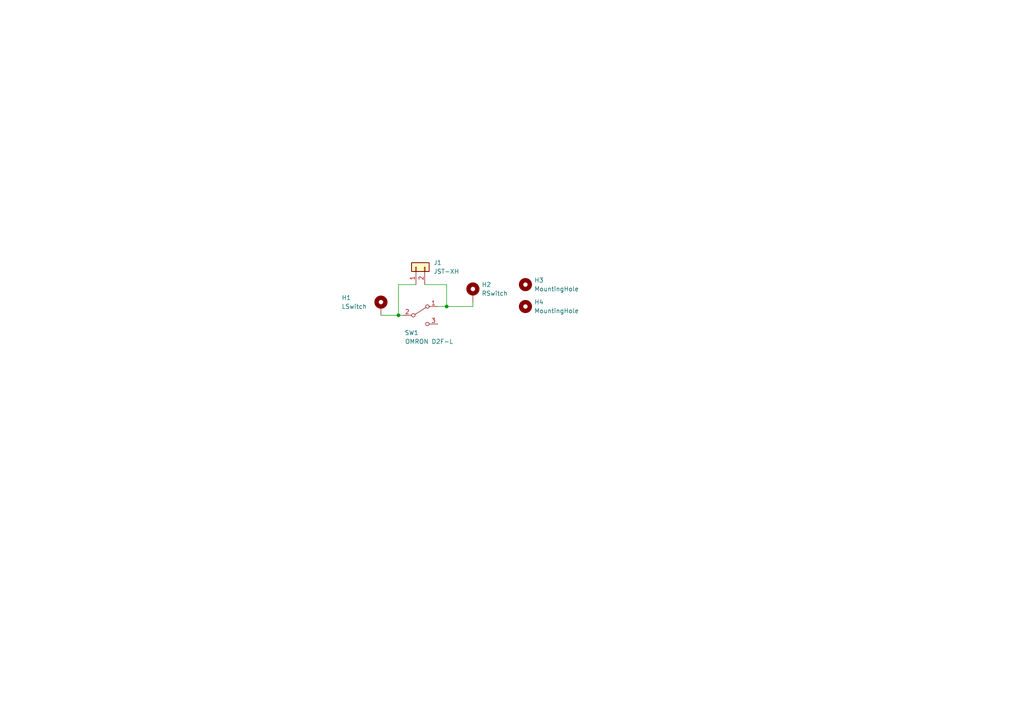
<source format=kicad_sch>
(kicad_sch (version 20230121) (generator eeschema)

  (uuid 067da30b-615a-4478-acf0-60fc960547bf)

  (paper "A4")

  (lib_symbols
    (symbol "Connector_Generic:Conn_01x02" (pin_names (offset 1.016) hide) (in_bom yes) (on_board yes)
      (property "Reference" "J" (at 0 2.54 0)
        (effects (font (size 1.27 1.27)))
      )
      (property "Value" "Conn_01x02" (at 0 -5.08 0)
        (effects (font (size 1.27 1.27)))
      )
      (property "Footprint" "" (at 0 0 0)
        (effects (font (size 1.27 1.27)) hide)
      )
      (property "Datasheet" "~" (at 0 0 0)
        (effects (font (size 1.27 1.27)) hide)
      )
      (property "ki_keywords" "connector" (at 0 0 0)
        (effects (font (size 1.27 1.27)) hide)
      )
      (property "ki_description" "Generic connector, single row, 01x02, script generated (kicad-library-utils/schlib/autogen/connector/)" (at 0 0 0)
        (effects (font (size 1.27 1.27)) hide)
      )
      (property "ki_fp_filters" "Connector*:*_1x??_*" (at 0 0 0)
        (effects (font (size 1.27 1.27)) hide)
      )
      (symbol "Conn_01x02_1_1"
        (rectangle (start -1.27 -2.413) (end 0 -2.667)
          (stroke (width 0.1524) (type default))
          (fill (type none))
        )
        (rectangle (start -1.27 0.127) (end 0 -0.127)
          (stroke (width 0.1524) (type default))
          (fill (type none))
        )
        (rectangle (start -1.27 1.27) (end 1.27 -3.81)
          (stroke (width 0.254) (type default))
          (fill (type background))
        )
        (pin passive line (at -5.08 0 0) (length 3.81)
          (name "Pin_1" (effects (font (size 1.27 1.27))))
          (number "1" (effects (font (size 1.27 1.27))))
        )
        (pin passive line (at -5.08 -2.54 0) (length 3.81)
          (name "Pin_2" (effects (font (size 1.27 1.27))))
          (number "2" (effects (font (size 1.27 1.27))))
        )
      )
    )
    (symbol "Mechanical:MountingHole" (pin_names (offset 1.016)) (in_bom yes) (on_board yes)
      (property "Reference" "H" (at 0 5.08 0)
        (effects (font (size 1.27 1.27)))
      )
      (property "Value" "MountingHole" (at 0 3.175 0)
        (effects (font (size 1.27 1.27)))
      )
      (property "Footprint" "" (at 0 0 0)
        (effects (font (size 1.27 1.27)) hide)
      )
      (property "Datasheet" "~" (at 0 0 0)
        (effects (font (size 1.27 1.27)) hide)
      )
      (property "ki_keywords" "mounting hole" (at 0 0 0)
        (effects (font (size 1.27 1.27)) hide)
      )
      (property "ki_description" "Mounting Hole without connection" (at 0 0 0)
        (effects (font (size 1.27 1.27)) hide)
      )
      (property "ki_fp_filters" "MountingHole*" (at 0 0 0)
        (effects (font (size 1.27 1.27)) hide)
      )
      (symbol "MountingHole_0_1"
        (circle (center 0 0) (radius 1.27)
          (stroke (width 1.27) (type default))
          (fill (type none))
        )
      )
    )
    (symbol "Mechanical:MountingHole_Pad" (pin_numbers hide) (pin_names (offset 1.016) hide) (in_bom yes) (on_board yes)
      (property "Reference" "H" (at 0 6.35 0)
        (effects (font (size 1.27 1.27)))
      )
      (property "Value" "MountingHole_Pad" (at 0 4.445 0)
        (effects (font (size 1.27 1.27)))
      )
      (property "Footprint" "" (at 0 0 0)
        (effects (font (size 1.27 1.27)) hide)
      )
      (property "Datasheet" "~" (at 0 0 0)
        (effects (font (size 1.27 1.27)) hide)
      )
      (property "ki_keywords" "mounting hole" (at 0 0 0)
        (effects (font (size 1.27 1.27)) hide)
      )
      (property "ki_description" "Mounting Hole with connection" (at 0 0 0)
        (effects (font (size 1.27 1.27)) hide)
      )
      (property "ki_fp_filters" "MountingHole*Pad*" (at 0 0 0)
        (effects (font (size 1.27 1.27)) hide)
      )
      (symbol "MountingHole_Pad_0_1"
        (circle (center 0 1.27) (radius 1.27)
          (stroke (width 1.27) (type default))
          (fill (type none))
        )
      )
      (symbol "MountingHole_Pad_1_1"
        (pin input line (at 0 -2.54 90) (length 2.54)
          (name "1" (effects (font (size 1.27 1.27))))
          (number "1" (effects (font (size 1.27 1.27))))
        )
      )
    )
    (symbol "Switch:SW_SPDT" (pin_names (offset 0) hide) (in_bom yes) (on_board yes)
      (property "Reference" "SW" (at 0 4.318 0)
        (effects (font (size 1.27 1.27)))
      )
      (property "Value" "SW_SPDT" (at 0 -5.08 0)
        (effects (font (size 1.27 1.27)))
      )
      (property "Footprint" "" (at 0 0 0)
        (effects (font (size 1.27 1.27)) hide)
      )
      (property "Datasheet" "~" (at 0 0 0)
        (effects (font (size 1.27 1.27)) hide)
      )
      (property "ki_keywords" "switch single-pole double-throw spdt ON-ON" (at 0 0 0)
        (effects (font (size 1.27 1.27)) hide)
      )
      (property "ki_description" "Switch, single pole double throw" (at 0 0 0)
        (effects (font (size 1.27 1.27)) hide)
      )
      (symbol "SW_SPDT_0_0"
        (circle (center -2.032 0) (radius 0.508)
          (stroke (width 0) (type default))
          (fill (type none))
        )
        (circle (center 2.032 -2.54) (radius 0.508)
          (stroke (width 0) (type default))
          (fill (type none))
        )
      )
      (symbol "SW_SPDT_0_1"
        (polyline
          (pts
            (xy -1.524 0.254)
            (xy 1.651 2.286)
          )
          (stroke (width 0) (type default))
          (fill (type none))
        )
        (circle (center 2.032 2.54) (radius 0.508)
          (stroke (width 0) (type default))
          (fill (type none))
        )
      )
      (symbol "SW_SPDT_1_1"
        (pin passive line (at 5.08 2.54 180) (length 2.54)
          (name "A" (effects (font (size 1.27 1.27))))
          (number "1" (effects (font (size 1.27 1.27))))
        )
        (pin passive line (at -5.08 0 0) (length 2.54)
          (name "B" (effects (font (size 1.27 1.27))))
          (number "2" (effects (font (size 1.27 1.27))))
        )
        (pin passive line (at 5.08 -2.54 180) (length 2.54)
          (name "C" (effects (font (size 1.27 1.27))))
          (number "3" (effects (font (size 1.27 1.27))))
        )
      )
    )
  )

  (junction (at 129.54 88.9) (diameter 0) (color 0 0 0 0)
    (uuid 0dfe8189-1f81-46dd-9401-554905873c26)
  )
  (junction (at 115.57 91.44) (diameter 0) (color 0 0 0 0)
    (uuid be86079c-4d80-463d-a4d9-e4b4af7efe2c)
  )

  (wire (pts (xy 137.16 87.63) (xy 137.16 88.9))
    (stroke (width 0) (type default))
    (uuid 74a0360e-3e3b-4817-86d7-ab03a20407ff)
  )
  (wire (pts (xy 120.65 82.55) (xy 115.57 82.55))
    (stroke (width 0) (type default))
    (uuid 7c98ab2e-a9ff-41ad-aab8-bd252286c851)
  )
  (wire (pts (xy 110.49 91.44) (xy 115.57 91.44))
    (stroke (width 0) (type default))
    (uuid 8746b97e-f22c-4841-8445-551f56adf20a)
  )
  (wire (pts (xy 115.57 82.55) (xy 115.57 91.44))
    (stroke (width 0) (type default))
    (uuid 90ab38aa-1579-4671-a0b9-d78bba64f0cd)
  )
  (wire (pts (xy 137.16 88.9) (xy 129.54 88.9))
    (stroke (width 0) (type default))
    (uuid a52b6f31-f5f1-4ded-9574-0c787ea10b8b)
  )
  (wire (pts (xy 123.19 82.55) (xy 129.54 82.55))
    (stroke (width 0) (type default))
    (uuid db622882-1017-49ae-9848-4add0b245cd4)
  )
  (wire (pts (xy 129.54 82.55) (xy 129.54 88.9))
    (stroke (width 0) (type default))
    (uuid dd853a9b-5b53-431f-95fd-966e3059385b)
  )
  (wire (pts (xy 129.54 88.9) (xy 127 88.9))
    (stroke (width 0) (type default))
    (uuid dee20e23-0ff6-4342-b106-1f49c81abb9e)
  )
  (wire (pts (xy 115.57 91.44) (xy 116.84 91.44))
    (stroke (width 0) (type default))
    (uuid f45a8a15-12be-44d9-90c4-4b7e61e2fd44)
  )

  (symbol (lib_id "Mechanical:MountingHole") (at 152.4 82.55 0) (unit 1)
    (in_bom yes) (on_board yes) (dnp no)
    (uuid 31aad368-06b3-4895-9d64-b764106fb102)
    (property "Reference" "H3" (at 154.94 81.28 0)
      (effects (font (size 1.27 1.27)) (justify left))
    )
    (property "Value" "MountingHole" (at 154.94 83.82 0)
      (effects (font (size 1.27 1.27)) (justify left))
    )
    (property "Footprint" "MountingHole:MountingHole_3.2mm_M3_DIN965_Pad" (at 152.4 82.55 0)
      (effects (font (size 1.27 1.27)) hide)
    )
    (property "Datasheet" "~" (at 152.4 82.55 0)
      (effects (font (size 1.27 1.27)) hide)
    )
    (instances
      (project "korby"
        (path "/067da30b-615a-4478-acf0-60fc960547bf"
          (reference "H3") (unit 1)
        )
      )
    )
  )

  (symbol (lib_id "Mechanical:MountingHole") (at 152.4 88.9 0) (unit 1)
    (in_bom yes) (on_board yes) (dnp no) (fields_autoplaced)
    (uuid 46a8370f-dfbe-4206-84af-2d675aca2532)
    (property "Reference" "H4" (at 154.94 87.63 0)
      (effects (font (size 1.27 1.27)) (justify left))
    )
    (property "Value" "MountingHole" (at 154.94 90.17 0)
      (effects (font (size 1.27 1.27)) (justify left))
    )
    (property "Footprint" "MountingHole:MountingHole_3.2mm_M3_DIN965_Pad" (at 152.4 88.9 0)
      (effects (font (size 1.27 1.27)) hide)
    )
    (property "Datasheet" "~" (at 152.4 88.9 0)
      (effects (font (size 1.27 1.27)) hide)
    )
    (instances
      (project "korby"
        (path "/067da30b-615a-4478-acf0-60fc960547bf"
          (reference "H4") (unit 1)
        )
      )
    )
  )

  (symbol (lib_id "Switch:SW_SPDT") (at 121.92 91.44 0) (unit 1)
    (in_bom yes) (on_board yes) (dnp no)
    (uuid b87d09de-c543-4e92-bef7-8f316f236ff5)
    (property "Reference" "SW1" (at 119.38 96.52 0)
      (effects (font (size 1.27 1.27)))
    )
    (property "Value" "OMRON D2F-L" (at 124.46 99.06 0)
      (effects (font (size 1.27 1.27)))
    )
    (property "Footprint" "self_microswitch:SW_D2F-FL" (at 121.92 91.44 0)
      (effects (font (size 1.27 1.27)) hide)
    )
    (property "Datasheet" "~" (at 121.92 91.44 0)
      (effects (font (size 1.27 1.27)) hide)
    )
    (pin "1" (uuid 257aa277-7ff6-4090-ae24-be1542830d64))
    (pin "2" (uuid ce1ec19e-fa15-430c-9978-0d34329f8285))
    (pin "3" (uuid 0a6047b3-db02-4b48-9706-1555e9f508aa))
    (instances
      (project "korby"
        (path "/067da30b-615a-4478-acf0-60fc960547bf"
          (reference "SW1") (unit 1)
        )
      )
    )
  )

  (symbol (lib_id "Mechanical:MountingHole_Pad") (at 137.16 85.09 0) (unit 1)
    (in_bom yes) (on_board yes) (dnp no) (fields_autoplaced)
    (uuid d42aca6f-c87f-451c-b641-aace7f696299)
    (property "Reference" "H2" (at 139.7 82.55 0)
      (effects (font (size 1.27 1.27)) (justify left))
    )
    (property "Value" "RSwitch" (at 139.7 85.09 0)
      (effects (font (size 1.27 1.27)) (justify left))
    )
    (property "Footprint" "MountingHole:MountingHole_3.2mm_M3_DIN965_Pad" (at 137.16 85.09 0)
      (effects (font (size 1.27 1.27)) hide)
    )
    (property "Datasheet" "~" (at 137.16 85.09 0)
      (effects (font (size 1.27 1.27)) hide)
    )
    (pin "1" (uuid 0c86861e-3aa4-40c6-bb4d-b08aa101c23d))
    (instances
      (project "korby"
        (path "/067da30b-615a-4478-acf0-60fc960547bf"
          (reference "H2") (unit 1)
        )
      )
    )
  )

  (symbol (lib_id "Connector_Generic:Conn_01x02") (at 120.65 77.47 90) (unit 1)
    (in_bom yes) (on_board yes) (dnp no) (fields_autoplaced)
    (uuid d5b19d2b-81ca-4217-be62-5bd772041c14)
    (property "Reference" "J1" (at 125.73 76.2 90)
      (effects (font (size 1.27 1.27)) (justify right))
    )
    (property "Value" "JST-XH" (at 125.73 78.74 90)
      (effects (font (size 1.27 1.27)) (justify right))
    )
    (property "Footprint" "Connector_JST:JST_XH_B2B-XH-AM_1x02_P2.50mm_Vertical" (at 120.65 77.47 0)
      (effects (font (size 1.27 1.27)) hide)
    )
    (property "Datasheet" "~" (at 120.65 77.47 0)
      (effects (font (size 1.27 1.27)) hide)
    )
    (pin "1" (uuid ca9be89b-d3df-4739-9741-7bf3e9fc1a44))
    (pin "2" (uuid ae61f720-17e0-4000-b030-f8d313f68c1b))
    (instances
      (project "korby"
        (path "/067da30b-615a-4478-acf0-60fc960547bf"
          (reference "J1") (unit 1)
        )
      )
    )
  )

  (symbol (lib_id "Mechanical:MountingHole_Pad") (at 110.49 88.9 0) (unit 1)
    (in_bom yes) (on_board yes) (dnp no)
    (uuid e134b876-8195-4486-a7db-a6858b0a98ee)
    (property "Reference" "H1" (at 99.06 86.36 0)
      (effects (font (size 1.27 1.27)) (justify left))
    )
    (property "Value" "LSwitch" (at 99.06 88.9 0)
      (effects (font (size 1.27 1.27)) (justify left))
    )
    (property "Footprint" "MountingHole:MountingHole_3.2mm_M3_DIN965_Pad" (at 110.49 88.9 0)
      (effects (font (size 1.27 1.27)) hide)
    )
    (property "Datasheet" "~" (at 110.49 88.9 0)
      (effects (font (size 1.27 1.27)) hide)
    )
    (pin "1" (uuid 47709ba0-8a7d-4837-aab6-54d48731aa8f))
    (instances
      (project "korby"
        (path "/067da30b-615a-4478-acf0-60fc960547bf"
          (reference "H1") (unit 1)
        )
      )
    )
  )

  (sheet_instances
    (path "/" (page "1"))
  )
)

</source>
